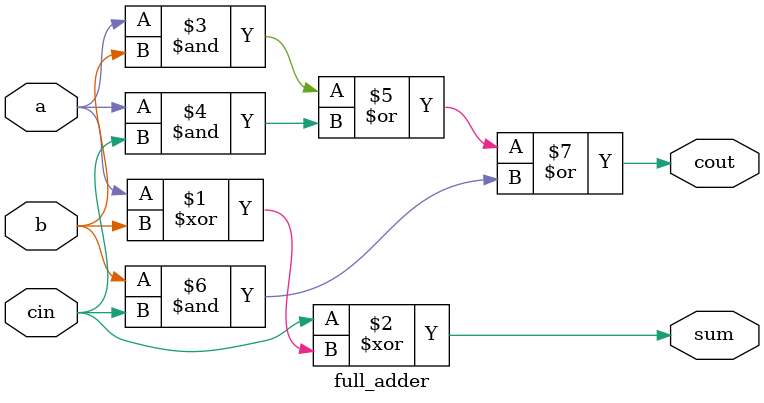
<source format=v>
module full_adder(a,b,cin,sum,cout);
    input  a,b,cin;
    output  sum,cout;
    //wire xor1, and1,and2,and3;

    //xor (xor1, a, b);
    //xor (sum, xor1, cin);
   // and (and1, a, b);
    //and (and2, a, cin);
    //and (and3, cin, b);
   // or  (cout, and1, and2, and3);
	assign sum = (cin ^ (a ^ b));
	assign cout = ((a & b) | (a & cin) | (b & cin));
		   
endmodule			   

</source>
